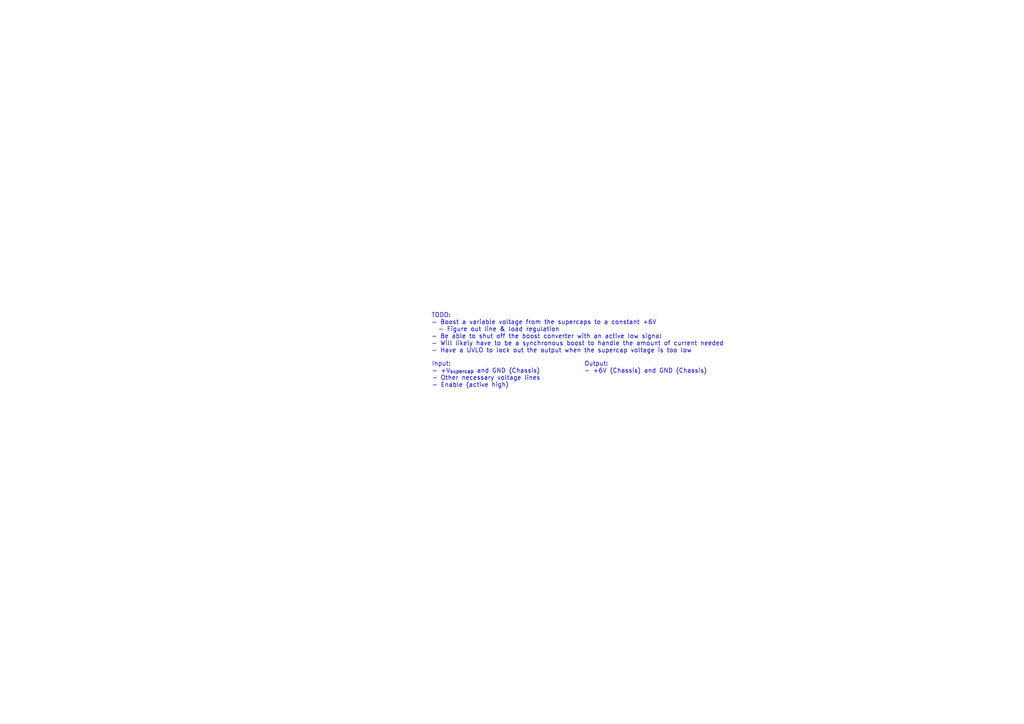
<source format=kicad_sch>
(kicad_sch
	(version 20231120)
	(generator "eeschema")
	(generator_version "8.0")
	(uuid "808c5d3c-1ca8-4422-8a9e-bd0d172c4e85")
	(paper "A4")
	(title_block
		(title "Output Boost (Stage 1)")
		(date "2025-02-12")
		(rev "1")
		(company "UT Robomaster")
		(comment 1 "Robomaster")
	)
	(lib_symbols)
	(text "TODO:\n- Boost a variable voltage from the supercaps to a constant +6V\n  - Figure out line & load regulation\n- Be able to shut off the boost converter with an active low signal\n- Will likely have to be a synchronous boost to handle the amount of current needed\n- Have a UVLO to lock out the output when the supercap voltage is too low"
		(exclude_from_sim no)
		(at 125.095 90.805 0)
		(effects
			(font
				(size 1.27 1.27)
			)
			(justify left top)
		)
		(uuid "7a25c47f-5e72-40c0-bf6a-a43cafc317b7")
	)
	(text "Output:\n- +6V (Chassis) and GND (Chassis)"
		(exclude_from_sim no)
		(at 169.418 104.902 0)
		(effects
			(font
				(size 1.27 1.27)
			)
			(justify left top)
		)
		(uuid "7fa41313-407f-49cf-8cd3-d70fa13b00e9")
	)
	(text "Input:\n- +V_{supercap} and GND (Chassis)\n- Other necessary voltage lines\n- Enable (active high)"
		(exclude_from_sim no)
		(at 125.222 104.902 0)
		(effects
			(font
				(size 1.27 1.27)
			)
			(justify left top)
		)
		(uuid "e9cc134a-7f15-4a55-a60c-80107ee4ef9e")
	)
)

</source>
